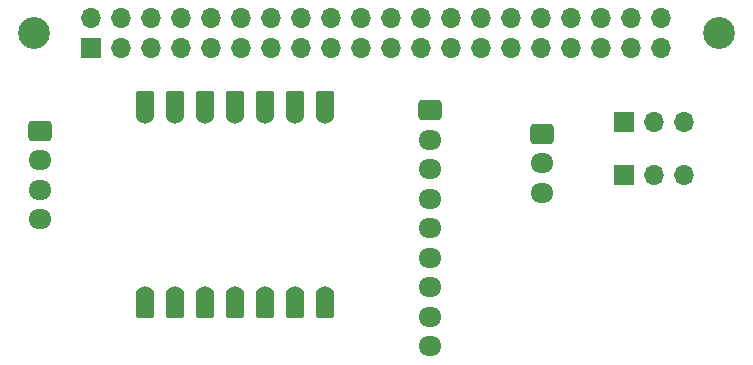
<source format=gts>
G04 #@! TF.GenerationSoftware,KiCad,Pcbnew,8.0.7*
G04 #@! TF.CreationDate,2024-12-27T16:52:24+10:00*
G04 #@! TF.ProjectId,Input Board,496e7075-7420-4426-9f61-72642e6b6963,rev?*
G04 #@! TF.SameCoordinates,Original*
G04 #@! TF.FileFunction,Soldermask,Top*
G04 #@! TF.FilePolarity,Negative*
%FSLAX46Y46*%
G04 Gerber Fmt 4.6, Leading zero omitted, Abs format (unit mm)*
G04 Created by KiCad (PCBNEW 8.0.7) date 2024-12-27 16:52:24*
%MOMM*%
%LPD*%
G01*
G04 APERTURE LIST*
G04 Aperture macros list*
%AMRoundRect*
0 Rectangle with rounded corners*
0 $1 Rounding radius*
0 $2 $3 $4 $5 $6 $7 $8 $9 X,Y pos of 4 corners*
0 Add a 4 corners polygon primitive as box body*
4,1,4,$2,$3,$4,$5,$6,$7,$8,$9,$2,$3,0*
0 Add four circle primitives for the rounded corners*
1,1,$1+$1,$2,$3*
1,1,$1+$1,$4,$5*
1,1,$1+$1,$6,$7*
1,1,$1+$1,$8,$9*
0 Add four rect primitives between the rounded corners*
20,1,$1+$1,$2,$3,$4,$5,0*
20,1,$1+$1,$4,$5,$6,$7,0*
20,1,$1+$1,$6,$7,$8,$9,0*
20,1,$1+$1,$8,$9,$2,$3,0*%
G04 Aperture macros list end*
%ADD10RoundRect,0.152400X0.609600X-1.063600X0.609600X1.063600X-0.609600X1.063600X-0.609600X-1.063600X0*%
%ADD11C,1.524000*%
%ADD12RoundRect,0.152400X-0.609600X1.063600X-0.609600X-1.063600X0.609600X-1.063600X0.609600X1.063600X0*%
%ADD13O,1.950000X1.700000*%
%ADD14RoundRect,0.250000X-0.725000X0.600000X-0.725000X-0.600000X0.725000X-0.600000X0.725000X0.600000X0*%
%ADD15R,1.700000X1.700000*%
%ADD16O,1.700000X1.700000*%
%ADD17C,2.700000*%
G04 APERTURE END LIST*
D10*
X112880000Y-53545000D03*
D11*
X112880000Y-54380000D03*
D10*
X115420000Y-53545000D03*
D11*
X115420000Y-54380000D03*
D10*
X117960000Y-53545000D03*
D11*
X117960000Y-54380000D03*
D10*
X120500000Y-53545000D03*
D11*
X120500000Y-54380000D03*
D10*
X123040000Y-53545000D03*
D11*
X123040000Y-54380000D03*
D10*
X125580000Y-53545000D03*
D11*
X125580000Y-54380000D03*
D10*
X128120000Y-53545000D03*
D11*
X128120000Y-54380000D03*
X128120000Y-69620000D03*
D12*
X128120000Y-70455000D03*
D11*
X125580000Y-69620000D03*
D12*
X125580000Y-70455000D03*
D11*
X123040000Y-69620000D03*
D12*
X123040000Y-70455000D03*
D11*
X120500000Y-69620000D03*
D12*
X120500000Y-70455000D03*
D11*
X117960000Y-69620000D03*
D12*
X117960000Y-70455000D03*
D11*
X115420000Y-69620000D03*
D12*
X115420000Y-70455000D03*
D11*
X112880000Y-69620000D03*
D12*
X112880000Y-70455000D03*
D13*
X137000000Y-74000000D03*
X137000000Y-71500000D03*
X137000000Y-69000000D03*
X137000000Y-66500000D03*
X137000000Y-64000000D03*
X137000000Y-61500000D03*
X137000000Y-59000000D03*
X137000000Y-56500000D03*
D14*
X137000000Y-54000000D03*
X104025000Y-55750000D03*
D13*
X104025000Y-58250000D03*
X104025000Y-60750000D03*
X104025000Y-63250000D03*
X146500000Y-61000000D03*
X146500000Y-58500000D03*
D14*
X146500000Y-56000000D03*
D15*
X153500000Y-59500000D03*
D16*
X156040000Y-59500000D03*
X158580000Y-59500000D03*
D15*
X153500000Y-55000000D03*
D16*
X156040000Y-55000000D03*
X158580000Y-55000000D03*
D17*
X161500000Y-47500000D03*
D16*
X156630000Y-46230000D03*
X156630000Y-48770000D03*
X154090000Y-46230000D03*
X154090000Y-48770000D03*
X151550000Y-46230000D03*
X151550000Y-48770000D03*
X149010000Y-46230000D03*
X149010000Y-48770000D03*
X146470000Y-46230000D03*
X146470000Y-48770000D03*
X143930000Y-46230000D03*
X143930000Y-48770000D03*
X141390000Y-46230000D03*
X141390000Y-48770000D03*
X138850000Y-46230000D03*
X138850000Y-48770000D03*
X136310000Y-46230000D03*
X136310000Y-48770000D03*
X133770000Y-46230000D03*
X133770000Y-48770000D03*
X131230000Y-46230000D03*
X131230000Y-48770000D03*
X128690000Y-46230000D03*
X128690000Y-48770000D03*
X126150000Y-46230000D03*
X126150000Y-48770000D03*
X123610000Y-46230000D03*
X123610000Y-48770000D03*
X121070000Y-46230000D03*
X121070000Y-48770000D03*
X118530000Y-46230000D03*
X118530000Y-48770000D03*
X115990000Y-46230000D03*
X115990000Y-48770000D03*
X113450000Y-46230000D03*
X113450000Y-48770000D03*
X110910000Y-46230000D03*
X110910000Y-48770000D03*
X108370000Y-46230000D03*
D15*
X108370000Y-48770000D03*
D17*
X103500000Y-47500000D03*
M02*

</source>
